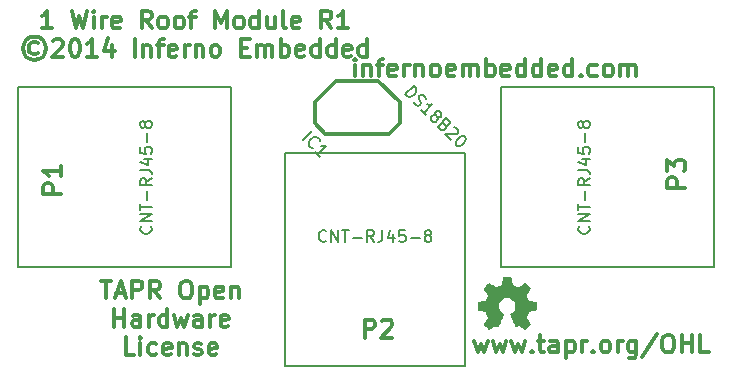
<source format=gto>
G04 (created by PCBNEW (2013-07-07 BZR 4022)-stable) date 13/04/2014 11:11:03 PM*
%MOIN*%
G04 Gerber Fmt 3.4, Leading zero omitted, Abs format*
%FSLAX34Y34*%
G01*
G70*
G90*
G04 APERTURE LIST*
%ADD10C,0.00590551*%
%ADD11C,0.011811*%
%ADD12C,0.012*%
%ADD13C,0.005*%
%ADD14C,0.0001*%
%ADD15C,0.008*%
G04 APERTURE END LIST*
G54D10*
G54D11*
X45517Y-51039D02*
X45517Y-50645D01*
X45517Y-50448D02*
X45489Y-50476D01*
X45517Y-50504D01*
X45545Y-50476D01*
X45517Y-50448D01*
X45517Y-50504D01*
X45798Y-50645D02*
X45798Y-51039D01*
X45798Y-50701D02*
X45827Y-50673D01*
X45883Y-50645D01*
X45967Y-50645D01*
X46023Y-50673D01*
X46052Y-50729D01*
X46052Y-51039D01*
X46248Y-50645D02*
X46473Y-50645D01*
X46333Y-51039D02*
X46333Y-50532D01*
X46361Y-50476D01*
X46417Y-50448D01*
X46473Y-50448D01*
X46895Y-51010D02*
X46839Y-51039D01*
X46726Y-51039D01*
X46670Y-51010D01*
X46642Y-50954D01*
X46642Y-50729D01*
X46670Y-50673D01*
X46726Y-50645D01*
X46839Y-50645D01*
X46895Y-50673D01*
X46923Y-50729D01*
X46923Y-50785D01*
X46642Y-50842D01*
X47176Y-51039D02*
X47176Y-50645D01*
X47176Y-50757D02*
X47205Y-50701D01*
X47233Y-50673D01*
X47289Y-50645D01*
X47345Y-50645D01*
X47542Y-50645D02*
X47542Y-51039D01*
X47542Y-50701D02*
X47570Y-50673D01*
X47626Y-50645D01*
X47711Y-50645D01*
X47767Y-50673D01*
X47795Y-50729D01*
X47795Y-51039D01*
X48161Y-51039D02*
X48104Y-51010D01*
X48076Y-50982D01*
X48048Y-50926D01*
X48048Y-50757D01*
X48076Y-50701D01*
X48104Y-50673D01*
X48161Y-50645D01*
X48245Y-50645D01*
X48301Y-50673D01*
X48329Y-50701D01*
X48358Y-50757D01*
X48358Y-50926D01*
X48329Y-50982D01*
X48301Y-51010D01*
X48245Y-51039D01*
X48161Y-51039D01*
X48836Y-51010D02*
X48779Y-51039D01*
X48667Y-51039D01*
X48611Y-51010D01*
X48583Y-50954D01*
X48583Y-50729D01*
X48611Y-50673D01*
X48667Y-50645D01*
X48779Y-50645D01*
X48836Y-50673D01*
X48864Y-50729D01*
X48864Y-50785D01*
X48583Y-50842D01*
X49117Y-51039D02*
X49117Y-50645D01*
X49117Y-50701D02*
X49145Y-50673D01*
X49201Y-50645D01*
X49286Y-50645D01*
X49342Y-50673D01*
X49370Y-50729D01*
X49370Y-51039D01*
X49370Y-50729D02*
X49398Y-50673D01*
X49454Y-50645D01*
X49539Y-50645D01*
X49595Y-50673D01*
X49623Y-50729D01*
X49623Y-51039D01*
X49904Y-51039D02*
X49904Y-50448D01*
X49904Y-50673D02*
X49960Y-50645D01*
X50073Y-50645D01*
X50129Y-50673D01*
X50157Y-50701D01*
X50185Y-50757D01*
X50185Y-50926D01*
X50157Y-50982D01*
X50129Y-51010D01*
X50073Y-51039D01*
X49960Y-51039D01*
X49904Y-51010D01*
X50664Y-51010D02*
X50607Y-51039D01*
X50495Y-51039D01*
X50439Y-51010D01*
X50410Y-50954D01*
X50410Y-50729D01*
X50439Y-50673D01*
X50495Y-50645D01*
X50607Y-50645D01*
X50664Y-50673D01*
X50692Y-50729D01*
X50692Y-50785D01*
X50410Y-50842D01*
X51198Y-51039D02*
X51198Y-50448D01*
X51198Y-51010D02*
X51142Y-51039D01*
X51029Y-51039D01*
X50973Y-51010D01*
X50945Y-50982D01*
X50917Y-50926D01*
X50917Y-50757D01*
X50945Y-50701D01*
X50973Y-50673D01*
X51029Y-50645D01*
X51142Y-50645D01*
X51198Y-50673D01*
X51732Y-51039D02*
X51732Y-50448D01*
X51732Y-51010D02*
X51676Y-51039D01*
X51563Y-51039D01*
X51507Y-51010D01*
X51479Y-50982D01*
X51451Y-50926D01*
X51451Y-50757D01*
X51479Y-50701D01*
X51507Y-50673D01*
X51563Y-50645D01*
X51676Y-50645D01*
X51732Y-50673D01*
X52238Y-51010D02*
X52182Y-51039D01*
X52070Y-51039D01*
X52013Y-51010D01*
X51985Y-50954D01*
X51985Y-50729D01*
X52013Y-50673D01*
X52070Y-50645D01*
X52182Y-50645D01*
X52238Y-50673D01*
X52266Y-50729D01*
X52266Y-50785D01*
X51985Y-50842D01*
X52773Y-51039D02*
X52773Y-50448D01*
X52773Y-51010D02*
X52716Y-51039D01*
X52604Y-51039D01*
X52548Y-51010D01*
X52520Y-50982D01*
X52491Y-50926D01*
X52491Y-50757D01*
X52520Y-50701D01*
X52548Y-50673D01*
X52604Y-50645D01*
X52716Y-50645D01*
X52773Y-50673D01*
X53054Y-50982D02*
X53082Y-51010D01*
X53054Y-51039D01*
X53026Y-51010D01*
X53054Y-50982D01*
X53054Y-51039D01*
X53588Y-51010D02*
X53532Y-51039D01*
X53419Y-51039D01*
X53363Y-51010D01*
X53335Y-50982D01*
X53307Y-50926D01*
X53307Y-50757D01*
X53335Y-50701D01*
X53363Y-50673D01*
X53419Y-50645D01*
X53532Y-50645D01*
X53588Y-50673D01*
X53926Y-51039D02*
X53869Y-51010D01*
X53841Y-50982D01*
X53813Y-50926D01*
X53813Y-50757D01*
X53841Y-50701D01*
X53869Y-50673D01*
X53926Y-50645D01*
X54010Y-50645D01*
X54066Y-50673D01*
X54094Y-50701D01*
X54122Y-50757D01*
X54122Y-50926D01*
X54094Y-50982D01*
X54066Y-51010D01*
X54010Y-51039D01*
X53926Y-51039D01*
X54376Y-51039D02*
X54376Y-50645D01*
X54376Y-50701D02*
X54404Y-50673D01*
X54460Y-50645D01*
X54544Y-50645D01*
X54601Y-50673D01*
X54629Y-50729D01*
X54629Y-51039D01*
X54629Y-50729D02*
X54657Y-50673D01*
X54713Y-50645D01*
X54797Y-50645D01*
X54854Y-50673D01*
X54882Y-50729D01*
X54882Y-51039D01*
X35433Y-49439D02*
X35095Y-49439D01*
X35264Y-49439D02*
X35264Y-48848D01*
X35208Y-48932D01*
X35152Y-48989D01*
X35095Y-49017D01*
X36080Y-48848D02*
X36220Y-49439D01*
X36333Y-49017D01*
X36445Y-49439D01*
X36586Y-48848D01*
X36811Y-49439D02*
X36811Y-49045D01*
X36811Y-48848D02*
X36783Y-48876D01*
X36811Y-48904D01*
X36839Y-48876D01*
X36811Y-48848D01*
X36811Y-48904D01*
X37092Y-49439D02*
X37092Y-49045D01*
X37092Y-49157D02*
X37120Y-49101D01*
X37148Y-49073D01*
X37205Y-49045D01*
X37261Y-49045D01*
X37683Y-49410D02*
X37626Y-49439D01*
X37514Y-49439D01*
X37458Y-49410D01*
X37430Y-49354D01*
X37430Y-49129D01*
X37458Y-49073D01*
X37514Y-49045D01*
X37626Y-49045D01*
X37683Y-49073D01*
X37711Y-49129D01*
X37711Y-49185D01*
X37430Y-49242D01*
X38751Y-49439D02*
X38554Y-49157D01*
X38414Y-49439D02*
X38414Y-48848D01*
X38639Y-48848D01*
X38695Y-48876D01*
X38723Y-48904D01*
X38751Y-48960D01*
X38751Y-49045D01*
X38723Y-49101D01*
X38695Y-49129D01*
X38639Y-49157D01*
X38414Y-49157D01*
X39089Y-49439D02*
X39032Y-49410D01*
X39004Y-49382D01*
X38976Y-49326D01*
X38976Y-49157D01*
X39004Y-49101D01*
X39032Y-49073D01*
X39089Y-49045D01*
X39173Y-49045D01*
X39229Y-49073D01*
X39257Y-49101D01*
X39286Y-49157D01*
X39286Y-49326D01*
X39257Y-49382D01*
X39229Y-49410D01*
X39173Y-49439D01*
X39089Y-49439D01*
X39623Y-49439D02*
X39567Y-49410D01*
X39539Y-49382D01*
X39511Y-49326D01*
X39511Y-49157D01*
X39539Y-49101D01*
X39567Y-49073D01*
X39623Y-49045D01*
X39707Y-49045D01*
X39764Y-49073D01*
X39792Y-49101D01*
X39820Y-49157D01*
X39820Y-49326D01*
X39792Y-49382D01*
X39764Y-49410D01*
X39707Y-49439D01*
X39623Y-49439D01*
X39989Y-49045D02*
X40214Y-49045D01*
X40073Y-49439D02*
X40073Y-48932D01*
X40101Y-48876D01*
X40157Y-48848D01*
X40214Y-48848D01*
X40860Y-49439D02*
X40860Y-48848D01*
X41057Y-49270D01*
X41254Y-48848D01*
X41254Y-49439D01*
X41620Y-49439D02*
X41563Y-49410D01*
X41535Y-49382D01*
X41507Y-49326D01*
X41507Y-49157D01*
X41535Y-49101D01*
X41563Y-49073D01*
X41620Y-49045D01*
X41704Y-49045D01*
X41760Y-49073D01*
X41788Y-49101D01*
X41816Y-49157D01*
X41816Y-49326D01*
X41788Y-49382D01*
X41760Y-49410D01*
X41704Y-49439D01*
X41620Y-49439D01*
X42323Y-49439D02*
X42323Y-48848D01*
X42323Y-49410D02*
X42266Y-49439D01*
X42154Y-49439D01*
X42098Y-49410D01*
X42070Y-49382D01*
X42041Y-49326D01*
X42041Y-49157D01*
X42070Y-49101D01*
X42098Y-49073D01*
X42154Y-49045D01*
X42266Y-49045D01*
X42323Y-49073D01*
X42857Y-49045D02*
X42857Y-49439D01*
X42604Y-49045D02*
X42604Y-49354D01*
X42632Y-49410D01*
X42688Y-49439D01*
X42773Y-49439D01*
X42829Y-49410D01*
X42857Y-49382D01*
X43223Y-49439D02*
X43166Y-49410D01*
X43138Y-49354D01*
X43138Y-48848D01*
X43673Y-49410D02*
X43616Y-49439D01*
X43504Y-49439D01*
X43448Y-49410D01*
X43419Y-49354D01*
X43419Y-49129D01*
X43448Y-49073D01*
X43504Y-49045D01*
X43616Y-49045D01*
X43673Y-49073D01*
X43701Y-49129D01*
X43701Y-49185D01*
X43419Y-49242D01*
X44741Y-49439D02*
X44544Y-49157D01*
X44404Y-49439D02*
X44404Y-48848D01*
X44629Y-48848D01*
X44685Y-48876D01*
X44713Y-48904D01*
X44741Y-48960D01*
X44741Y-49045D01*
X44713Y-49101D01*
X44685Y-49129D01*
X44629Y-49157D01*
X44404Y-49157D01*
X45304Y-49439D02*
X44966Y-49439D01*
X45135Y-49439D02*
X45135Y-48848D01*
X45079Y-48932D01*
X45022Y-48989D01*
X44966Y-49017D01*
X34955Y-49933D02*
X34899Y-49905D01*
X34786Y-49905D01*
X34730Y-49933D01*
X34674Y-49990D01*
X34646Y-50046D01*
X34646Y-50158D01*
X34674Y-50215D01*
X34730Y-50271D01*
X34786Y-50299D01*
X34899Y-50299D01*
X34955Y-50271D01*
X34842Y-49708D02*
X34702Y-49737D01*
X34561Y-49821D01*
X34477Y-49962D01*
X34449Y-50102D01*
X34477Y-50243D01*
X34561Y-50383D01*
X34702Y-50468D01*
X34842Y-50496D01*
X34983Y-50468D01*
X35124Y-50383D01*
X35208Y-50243D01*
X35236Y-50102D01*
X35208Y-49962D01*
X35124Y-49821D01*
X34983Y-49737D01*
X34842Y-49708D01*
X35461Y-49849D02*
X35489Y-49821D01*
X35545Y-49793D01*
X35686Y-49793D01*
X35742Y-49821D01*
X35770Y-49849D01*
X35798Y-49905D01*
X35798Y-49962D01*
X35770Y-50046D01*
X35433Y-50383D01*
X35798Y-50383D01*
X36164Y-49793D02*
X36220Y-49793D01*
X36277Y-49821D01*
X36305Y-49849D01*
X36333Y-49905D01*
X36361Y-50018D01*
X36361Y-50158D01*
X36333Y-50271D01*
X36305Y-50327D01*
X36277Y-50355D01*
X36220Y-50383D01*
X36164Y-50383D01*
X36108Y-50355D01*
X36080Y-50327D01*
X36052Y-50271D01*
X36023Y-50158D01*
X36023Y-50018D01*
X36052Y-49905D01*
X36080Y-49849D01*
X36108Y-49821D01*
X36164Y-49793D01*
X36923Y-50383D02*
X36586Y-50383D01*
X36755Y-50383D02*
X36755Y-49793D01*
X36698Y-49877D01*
X36642Y-49933D01*
X36586Y-49962D01*
X37430Y-49990D02*
X37430Y-50383D01*
X37289Y-49765D02*
X37148Y-50187D01*
X37514Y-50187D01*
X38189Y-50383D02*
X38189Y-49793D01*
X38470Y-49990D02*
X38470Y-50383D01*
X38470Y-50046D02*
X38498Y-50018D01*
X38554Y-49990D01*
X38639Y-49990D01*
X38695Y-50018D01*
X38723Y-50074D01*
X38723Y-50383D01*
X38920Y-49990D02*
X39145Y-49990D01*
X39004Y-50383D02*
X39004Y-49877D01*
X39032Y-49821D01*
X39089Y-49793D01*
X39145Y-49793D01*
X39567Y-50355D02*
X39511Y-50383D01*
X39398Y-50383D01*
X39342Y-50355D01*
X39314Y-50299D01*
X39314Y-50074D01*
X39342Y-50018D01*
X39398Y-49990D01*
X39511Y-49990D01*
X39567Y-50018D01*
X39595Y-50074D01*
X39595Y-50130D01*
X39314Y-50187D01*
X39848Y-50383D02*
X39848Y-49990D01*
X39848Y-50102D02*
X39876Y-50046D01*
X39904Y-50018D01*
X39960Y-49990D01*
X40017Y-49990D01*
X40214Y-49990D02*
X40214Y-50383D01*
X40214Y-50046D02*
X40242Y-50018D01*
X40298Y-49990D01*
X40382Y-49990D01*
X40439Y-50018D01*
X40467Y-50074D01*
X40467Y-50383D01*
X40832Y-50383D02*
X40776Y-50355D01*
X40748Y-50327D01*
X40720Y-50271D01*
X40720Y-50102D01*
X40748Y-50046D01*
X40776Y-50018D01*
X40832Y-49990D01*
X40917Y-49990D01*
X40973Y-50018D01*
X41001Y-50046D01*
X41029Y-50102D01*
X41029Y-50271D01*
X41001Y-50327D01*
X40973Y-50355D01*
X40917Y-50383D01*
X40832Y-50383D01*
X41732Y-50074D02*
X41929Y-50074D01*
X42013Y-50383D02*
X41732Y-50383D01*
X41732Y-49793D01*
X42013Y-49793D01*
X42266Y-50383D02*
X42266Y-49990D01*
X42266Y-50046D02*
X42295Y-50018D01*
X42351Y-49990D01*
X42435Y-49990D01*
X42491Y-50018D01*
X42520Y-50074D01*
X42520Y-50383D01*
X42520Y-50074D02*
X42548Y-50018D01*
X42604Y-49990D01*
X42688Y-49990D01*
X42744Y-50018D01*
X42773Y-50074D01*
X42773Y-50383D01*
X43054Y-50383D02*
X43054Y-49793D01*
X43054Y-50018D02*
X43110Y-49990D01*
X43223Y-49990D01*
X43279Y-50018D01*
X43307Y-50046D01*
X43335Y-50102D01*
X43335Y-50271D01*
X43307Y-50327D01*
X43279Y-50355D01*
X43223Y-50383D01*
X43110Y-50383D01*
X43054Y-50355D01*
X43813Y-50355D02*
X43757Y-50383D01*
X43644Y-50383D01*
X43588Y-50355D01*
X43560Y-50299D01*
X43560Y-50074D01*
X43588Y-50018D01*
X43644Y-49990D01*
X43757Y-49990D01*
X43813Y-50018D01*
X43841Y-50074D01*
X43841Y-50130D01*
X43560Y-50187D01*
X44347Y-50383D02*
X44347Y-49793D01*
X44347Y-50355D02*
X44291Y-50383D01*
X44179Y-50383D01*
X44122Y-50355D01*
X44094Y-50327D01*
X44066Y-50271D01*
X44066Y-50102D01*
X44094Y-50046D01*
X44122Y-50018D01*
X44179Y-49990D01*
X44291Y-49990D01*
X44347Y-50018D01*
X44882Y-50383D02*
X44882Y-49793D01*
X44882Y-50355D02*
X44825Y-50383D01*
X44713Y-50383D01*
X44657Y-50355D01*
X44629Y-50327D01*
X44601Y-50271D01*
X44601Y-50102D01*
X44629Y-50046D01*
X44657Y-50018D01*
X44713Y-49990D01*
X44825Y-49990D01*
X44882Y-50018D01*
X45388Y-50355D02*
X45332Y-50383D01*
X45219Y-50383D01*
X45163Y-50355D01*
X45135Y-50299D01*
X45135Y-50074D01*
X45163Y-50018D01*
X45219Y-49990D01*
X45332Y-49990D01*
X45388Y-50018D01*
X45416Y-50074D01*
X45416Y-50130D01*
X45135Y-50187D01*
X45922Y-50383D02*
X45922Y-49793D01*
X45922Y-50355D02*
X45866Y-50383D01*
X45753Y-50383D01*
X45697Y-50355D01*
X45669Y-50327D01*
X45641Y-50271D01*
X45641Y-50102D01*
X45669Y-50046D01*
X45697Y-50018D01*
X45753Y-49990D01*
X45866Y-49990D01*
X45922Y-50018D01*
X49505Y-59845D02*
X49617Y-60239D01*
X49730Y-59957D01*
X49842Y-60239D01*
X49955Y-59845D01*
X50123Y-59845D02*
X50236Y-60239D01*
X50348Y-59957D01*
X50461Y-60239D01*
X50573Y-59845D01*
X50742Y-59845D02*
X50855Y-60239D01*
X50967Y-59957D01*
X51079Y-60239D01*
X51192Y-59845D01*
X51417Y-60182D02*
X51445Y-60210D01*
X51417Y-60239D01*
X51389Y-60210D01*
X51417Y-60182D01*
X51417Y-60239D01*
X51614Y-59845D02*
X51839Y-59845D01*
X51698Y-59648D02*
X51698Y-60154D01*
X51726Y-60210D01*
X51783Y-60239D01*
X51839Y-60239D01*
X52289Y-60239D02*
X52289Y-59929D01*
X52261Y-59873D01*
X52204Y-59845D01*
X52092Y-59845D01*
X52036Y-59873D01*
X52289Y-60210D02*
X52232Y-60239D01*
X52092Y-60239D01*
X52036Y-60210D01*
X52007Y-60154D01*
X52007Y-60098D01*
X52036Y-60042D01*
X52092Y-60014D01*
X52232Y-60014D01*
X52289Y-59985D01*
X52570Y-59845D02*
X52570Y-60435D01*
X52570Y-59873D02*
X52626Y-59845D01*
X52739Y-59845D01*
X52795Y-59873D01*
X52823Y-59901D01*
X52851Y-59957D01*
X52851Y-60126D01*
X52823Y-60182D01*
X52795Y-60210D01*
X52739Y-60239D01*
X52626Y-60239D01*
X52570Y-60210D01*
X53104Y-60239D02*
X53104Y-59845D01*
X53104Y-59957D02*
X53132Y-59901D01*
X53160Y-59873D01*
X53217Y-59845D01*
X53273Y-59845D01*
X53470Y-60182D02*
X53498Y-60210D01*
X53470Y-60239D01*
X53442Y-60210D01*
X53470Y-60182D01*
X53470Y-60239D01*
X53835Y-60239D02*
X53779Y-60210D01*
X53751Y-60182D01*
X53723Y-60126D01*
X53723Y-59957D01*
X53751Y-59901D01*
X53779Y-59873D01*
X53835Y-59845D01*
X53920Y-59845D01*
X53976Y-59873D01*
X54004Y-59901D01*
X54032Y-59957D01*
X54032Y-60126D01*
X54004Y-60182D01*
X53976Y-60210D01*
X53920Y-60239D01*
X53835Y-60239D01*
X54285Y-60239D02*
X54285Y-59845D01*
X54285Y-59957D02*
X54313Y-59901D01*
X54342Y-59873D01*
X54398Y-59845D01*
X54454Y-59845D01*
X54904Y-59845D02*
X54904Y-60323D01*
X54876Y-60379D01*
X54848Y-60407D01*
X54792Y-60435D01*
X54707Y-60435D01*
X54651Y-60407D01*
X54904Y-60210D02*
X54848Y-60239D01*
X54735Y-60239D01*
X54679Y-60210D01*
X54651Y-60182D01*
X54623Y-60126D01*
X54623Y-59957D01*
X54651Y-59901D01*
X54679Y-59873D01*
X54735Y-59845D01*
X54848Y-59845D01*
X54904Y-59873D01*
X55607Y-59620D02*
X55101Y-60379D01*
X55916Y-59648D02*
X56029Y-59648D01*
X56085Y-59676D01*
X56141Y-59732D01*
X56169Y-59845D01*
X56169Y-60042D01*
X56141Y-60154D01*
X56085Y-60210D01*
X56029Y-60239D01*
X55916Y-60239D01*
X55860Y-60210D01*
X55804Y-60154D01*
X55776Y-60042D01*
X55776Y-59845D01*
X55804Y-59732D01*
X55860Y-59676D01*
X55916Y-59648D01*
X56423Y-60239D02*
X56423Y-59648D01*
X56423Y-59929D02*
X56760Y-59929D01*
X56760Y-60239D02*
X56760Y-59648D01*
X57322Y-60239D02*
X57041Y-60239D01*
X57041Y-59648D01*
X37065Y-57848D02*
X37403Y-57848D01*
X37234Y-58439D02*
X37234Y-57848D01*
X37572Y-58270D02*
X37853Y-58270D01*
X37515Y-58439D02*
X37712Y-57848D01*
X37909Y-58439D01*
X38106Y-58439D02*
X38106Y-57848D01*
X38331Y-57848D01*
X38387Y-57876D01*
X38415Y-57904D01*
X38443Y-57960D01*
X38443Y-58045D01*
X38415Y-58101D01*
X38387Y-58129D01*
X38331Y-58157D01*
X38106Y-58157D01*
X39034Y-58439D02*
X38837Y-58157D01*
X38696Y-58439D02*
X38696Y-57848D01*
X38921Y-57848D01*
X38978Y-57876D01*
X39006Y-57904D01*
X39034Y-57960D01*
X39034Y-58045D01*
X39006Y-58101D01*
X38978Y-58129D01*
X38921Y-58157D01*
X38696Y-58157D01*
X39849Y-57848D02*
X39962Y-57848D01*
X40018Y-57876D01*
X40074Y-57932D01*
X40103Y-58045D01*
X40103Y-58242D01*
X40074Y-58354D01*
X40018Y-58410D01*
X39962Y-58439D01*
X39849Y-58439D01*
X39793Y-58410D01*
X39737Y-58354D01*
X39709Y-58242D01*
X39709Y-58045D01*
X39737Y-57932D01*
X39793Y-57876D01*
X39849Y-57848D01*
X40356Y-58045D02*
X40356Y-58635D01*
X40356Y-58073D02*
X40412Y-58045D01*
X40524Y-58045D01*
X40581Y-58073D01*
X40609Y-58101D01*
X40637Y-58157D01*
X40637Y-58326D01*
X40609Y-58382D01*
X40581Y-58410D01*
X40524Y-58439D01*
X40412Y-58439D01*
X40356Y-58410D01*
X41115Y-58410D02*
X41059Y-58439D01*
X40946Y-58439D01*
X40890Y-58410D01*
X40862Y-58354D01*
X40862Y-58129D01*
X40890Y-58073D01*
X40946Y-58045D01*
X41059Y-58045D01*
X41115Y-58073D01*
X41143Y-58129D01*
X41143Y-58185D01*
X40862Y-58242D01*
X41396Y-58045D02*
X41396Y-58439D01*
X41396Y-58101D02*
X41424Y-58073D01*
X41480Y-58045D01*
X41565Y-58045D01*
X41621Y-58073D01*
X41649Y-58129D01*
X41649Y-58439D01*
X37501Y-59383D02*
X37501Y-58793D01*
X37501Y-59074D02*
X37839Y-59074D01*
X37839Y-59383D02*
X37839Y-58793D01*
X38373Y-59383D02*
X38373Y-59074D01*
X38345Y-59018D01*
X38289Y-58990D01*
X38176Y-58990D01*
X38120Y-59018D01*
X38373Y-59355D02*
X38317Y-59383D01*
X38176Y-59383D01*
X38120Y-59355D01*
X38092Y-59299D01*
X38092Y-59243D01*
X38120Y-59187D01*
X38176Y-59158D01*
X38317Y-59158D01*
X38373Y-59130D01*
X38654Y-59383D02*
X38654Y-58990D01*
X38654Y-59102D02*
X38682Y-59046D01*
X38711Y-59018D01*
X38767Y-58990D01*
X38823Y-58990D01*
X39273Y-59383D02*
X39273Y-58793D01*
X39273Y-59355D02*
X39217Y-59383D01*
X39104Y-59383D01*
X39048Y-59355D01*
X39020Y-59327D01*
X38992Y-59271D01*
X38992Y-59102D01*
X39020Y-59046D01*
X39048Y-59018D01*
X39104Y-58990D01*
X39217Y-58990D01*
X39273Y-59018D01*
X39498Y-58990D02*
X39610Y-59383D01*
X39723Y-59102D01*
X39835Y-59383D01*
X39948Y-58990D01*
X40426Y-59383D02*
X40426Y-59074D01*
X40398Y-59018D01*
X40342Y-58990D01*
X40229Y-58990D01*
X40173Y-59018D01*
X40426Y-59355D02*
X40370Y-59383D01*
X40229Y-59383D01*
X40173Y-59355D01*
X40145Y-59299D01*
X40145Y-59243D01*
X40173Y-59187D01*
X40229Y-59158D01*
X40370Y-59158D01*
X40426Y-59130D01*
X40707Y-59383D02*
X40707Y-58990D01*
X40707Y-59102D02*
X40735Y-59046D01*
X40763Y-59018D01*
X40820Y-58990D01*
X40876Y-58990D01*
X41298Y-59355D02*
X41241Y-59383D01*
X41129Y-59383D01*
X41073Y-59355D01*
X41045Y-59299D01*
X41045Y-59074D01*
X41073Y-59018D01*
X41129Y-58990D01*
X41241Y-58990D01*
X41298Y-59018D01*
X41326Y-59074D01*
X41326Y-59130D01*
X41045Y-59187D01*
X38176Y-60328D02*
X37895Y-60328D01*
X37895Y-59738D01*
X38373Y-60328D02*
X38373Y-59935D01*
X38373Y-59738D02*
X38345Y-59766D01*
X38373Y-59794D01*
X38401Y-59766D01*
X38373Y-59738D01*
X38373Y-59794D01*
X38907Y-60300D02*
X38851Y-60328D01*
X38739Y-60328D01*
X38682Y-60300D01*
X38654Y-60272D01*
X38626Y-60216D01*
X38626Y-60047D01*
X38654Y-59991D01*
X38682Y-59963D01*
X38739Y-59935D01*
X38851Y-59935D01*
X38907Y-59963D01*
X39385Y-60300D02*
X39329Y-60328D01*
X39217Y-60328D01*
X39160Y-60300D01*
X39132Y-60244D01*
X39132Y-60019D01*
X39160Y-59963D01*
X39217Y-59935D01*
X39329Y-59935D01*
X39385Y-59963D01*
X39414Y-60019D01*
X39414Y-60075D01*
X39132Y-60131D01*
X39667Y-59935D02*
X39667Y-60328D01*
X39667Y-59991D02*
X39695Y-59963D01*
X39751Y-59935D01*
X39835Y-59935D01*
X39892Y-59963D01*
X39920Y-60019D01*
X39920Y-60328D01*
X40173Y-60300D02*
X40229Y-60328D01*
X40342Y-60328D01*
X40398Y-60300D01*
X40426Y-60244D01*
X40426Y-60216D01*
X40398Y-60160D01*
X40342Y-60131D01*
X40257Y-60131D01*
X40201Y-60103D01*
X40173Y-60047D01*
X40173Y-60019D01*
X40201Y-59963D01*
X40257Y-59935D01*
X40342Y-59935D01*
X40398Y-59963D01*
X40904Y-60300D02*
X40848Y-60328D01*
X40735Y-60328D01*
X40679Y-60300D01*
X40651Y-60244D01*
X40651Y-60019D01*
X40679Y-59963D01*
X40735Y-59935D01*
X40848Y-59935D01*
X40904Y-59963D01*
X40932Y-60019D01*
X40932Y-60075D01*
X40651Y-60131D01*
G54D12*
X44539Y-52953D02*
X46660Y-52953D01*
X46660Y-52953D02*
X47014Y-52600D01*
X47014Y-52600D02*
X47014Y-51892D01*
X47014Y-51892D02*
X46307Y-51185D01*
X46307Y-51185D02*
X44892Y-51185D01*
X44892Y-51185D02*
X44185Y-51892D01*
X44185Y-51892D02*
X44185Y-52600D01*
X44185Y-52600D02*
X44539Y-52953D01*
G54D13*
X34300Y-51400D02*
X34300Y-57400D01*
X34300Y-57400D02*
X41400Y-57400D01*
X41400Y-57400D02*
X41400Y-51400D01*
X41400Y-51400D02*
X34300Y-51400D01*
X43200Y-60700D02*
X49200Y-60700D01*
X49200Y-60700D02*
X49200Y-53600D01*
X49200Y-53600D02*
X43200Y-53600D01*
X43200Y-53600D02*
X43200Y-60700D01*
X57500Y-57400D02*
X57500Y-51400D01*
X57500Y-51400D02*
X50400Y-51400D01*
X50400Y-51400D02*
X50400Y-57400D01*
X50400Y-57400D02*
X57500Y-57400D01*
G54D14*
G36*
X50004Y-59484D02*
X50014Y-59478D01*
X50037Y-59464D01*
X50070Y-59442D01*
X50109Y-59416D01*
X50148Y-59390D01*
X50180Y-59369D01*
X50202Y-59354D01*
X50212Y-59349D01*
X50217Y-59351D01*
X50235Y-59360D01*
X50262Y-59374D01*
X50278Y-59382D01*
X50302Y-59392D01*
X50315Y-59395D01*
X50317Y-59391D01*
X50326Y-59372D01*
X50340Y-59340D01*
X50358Y-59297D01*
X50380Y-59247D01*
X50402Y-59194D01*
X50425Y-59139D01*
X50447Y-59086D01*
X50466Y-59039D01*
X50482Y-59001D01*
X50492Y-58974D01*
X50496Y-58963D01*
X50495Y-58960D01*
X50482Y-58948D01*
X50461Y-58932D01*
X50414Y-58894D01*
X50368Y-58837D01*
X50340Y-58772D01*
X50331Y-58699D01*
X50339Y-58632D01*
X50365Y-58568D01*
X50410Y-58510D01*
X50465Y-58467D01*
X50529Y-58440D01*
X50600Y-58431D01*
X50668Y-58439D01*
X50734Y-58465D01*
X50792Y-58509D01*
X50817Y-58537D01*
X50851Y-58596D01*
X50870Y-58658D01*
X50872Y-58674D01*
X50869Y-58743D01*
X50849Y-58810D01*
X50812Y-58869D01*
X50761Y-58918D01*
X50755Y-58922D01*
X50732Y-58940D01*
X50716Y-58952D01*
X50704Y-58962D01*
X50792Y-59174D01*
X50806Y-59207D01*
X50830Y-59265D01*
X50851Y-59315D01*
X50868Y-59355D01*
X50880Y-59381D01*
X50885Y-59392D01*
X50885Y-59393D01*
X50893Y-59394D01*
X50909Y-59388D01*
X50939Y-59374D01*
X50958Y-59364D01*
X50981Y-59353D01*
X50991Y-59349D01*
X51000Y-59354D01*
X51021Y-59368D01*
X51053Y-59389D01*
X51091Y-59414D01*
X51127Y-59439D01*
X51160Y-59461D01*
X51184Y-59476D01*
X51196Y-59483D01*
X51198Y-59483D01*
X51208Y-59477D01*
X51227Y-59461D01*
X51256Y-59434D01*
X51297Y-59393D01*
X51303Y-59387D01*
X51337Y-59353D01*
X51364Y-59324D01*
X51382Y-59304D01*
X51389Y-59295D01*
X51389Y-59295D01*
X51383Y-59283D01*
X51368Y-59259D01*
X51346Y-59225D01*
X51319Y-59186D01*
X51249Y-59084D01*
X51287Y-58988D01*
X51299Y-58958D01*
X51314Y-58923D01*
X51325Y-58897D01*
X51331Y-58886D01*
X51341Y-58882D01*
X51368Y-58876D01*
X51406Y-58868D01*
X51451Y-58860D01*
X51495Y-58852D01*
X51534Y-58844D01*
X51562Y-58839D01*
X51575Y-58836D01*
X51578Y-58834D01*
X51581Y-58828D01*
X51582Y-58815D01*
X51583Y-58791D01*
X51584Y-58754D01*
X51584Y-58699D01*
X51584Y-58693D01*
X51583Y-58642D01*
X51582Y-58600D01*
X51581Y-58574D01*
X51579Y-58563D01*
X51579Y-58563D01*
X51567Y-58560D01*
X51539Y-58554D01*
X51500Y-58547D01*
X51453Y-58538D01*
X51450Y-58537D01*
X51404Y-58528D01*
X51365Y-58520D01*
X51337Y-58514D01*
X51326Y-58510D01*
X51323Y-58507D01*
X51314Y-58489D01*
X51301Y-58460D01*
X51285Y-58425D01*
X51270Y-58388D01*
X51257Y-58355D01*
X51248Y-58331D01*
X51245Y-58320D01*
X51246Y-58319D01*
X51253Y-58308D01*
X51269Y-58284D01*
X51291Y-58251D01*
X51318Y-58211D01*
X51320Y-58208D01*
X51347Y-58169D01*
X51369Y-58135D01*
X51383Y-58112D01*
X51389Y-58101D01*
X51389Y-58100D01*
X51380Y-58088D01*
X51360Y-58066D01*
X51331Y-58036D01*
X51297Y-58001D01*
X51286Y-57991D01*
X51247Y-57953D01*
X51221Y-57929D01*
X51204Y-57916D01*
X51196Y-57913D01*
X51196Y-57913D01*
X51184Y-57920D01*
X51159Y-57936D01*
X51126Y-57959D01*
X51086Y-57986D01*
X51083Y-57988D01*
X51044Y-58015D01*
X51011Y-58037D01*
X50988Y-58053D01*
X50977Y-58059D01*
X50976Y-58059D01*
X50960Y-58054D01*
X50932Y-58044D01*
X50897Y-58031D01*
X50861Y-58016D01*
X50828Y-58002D01*
X50803Y-57991D01*
X50791Y-57984D01*
X50791Y-57984D01*
X50787Y-57970D01*
X50780Y-57940D01*
X50772Y-57900D01*
X50762Y-57852D01*
X50761Y-57844D01*
X50752Y-57797D01*
X50745Y-57758D01*
X50739Y-57731D01*
X50736Y-57720D01*
X50730Y-57719D01*
X50707Y-57717D01*
X50672Y-57716D01*
X50629Y-57716D01*
X50585Y-57716D01*
X50542Y-57717D01*
X50505Y-57718D01*
X50478Y-57720D01*
X50467Y-57722D01*
X50467Y-57723D01*
X50463Y-57738D01*
X50456Y-57767D01*
X50448Y-57808D01*
X50439Y-57856D01*
X50437Y-57865D01*
X50428Y-57911D01*
X50420Y-57950D01*
X50415Y-57976D01*
X50412Y-57987D01*
X50407Y-57989D01*
X50388Y-57997D01*
X50357Y-58010D01*
X50318Y-58026D01*
X50228Y-58062D01*
X50117Y-57987D01*
X50107Y-57980D01*
X50067Y-57953D01*
X50035Y-57931D01*
X50012Y-57916D01*
X50003Y-57911D01*
X50002Y-57911D01*
X49991Y-57921D01*
X49969Y-57942D01*
X49939Y-57971D01*
X49904Y-58005D01*
X49879Y-58031D01*
X49848Y-58062D01*
X49829Y-58083D01*
X49818Y-58096D01*
X49815Y-58104D01*
X49816Y-58110D01*
X49823Y-58121D01*
X49839Y-58145D01*
X49862Y-58179D01*
X49889Y-58218D01*
X49911Y-58251D01*
X49935Y-58288D01*
X49950Y-58314D01*
X49956Y-58327D01*
X49954Y-58332D01*
X49947Y-58354D01*
X49933Y-58387D01*
X49917Y-58426D01*
X49878Y-58513D01*
X49821Y-58524D01*
X49786Y-58531D01*
X49738Y-58540D01*
X49691Y-58549D01*
X49619Y-58563D01*
X49616Y-58829D01*
X49627Y-58834D01*
X49638Y-58837D01*
X49665Y-58843D01*
X49703Y-58851D01*
X49749Y-58859D01*
X49787Y-58866D01*
X49826Y-58874D01*
X49854Y-58879D01*
X49866Y-58882D01*
X49870Y-58886D01*
X49879Y-58905D01*
X49893Y-58935D01*
X49909Y-58971D01*
X49924Y-59008D01*
X49938Y-59043D01*
X49947Y-59069D01*
X49951Y-59082D01*
X49946Y-59093D01*
X49931Y-59116D01*
X49910Y-59148D01*
X49883Y-59187D01*
X49857Y-59225D01*
X49834Y-59258D01*
X49819Y-59282D01*
X49812Y-59293D01*
X49816Y-59300D01*
X49831Y-59319D01*
X49860Y-59349D01*
X49904Y-59392D01*
X49911Y-59399D01*
X49945Y-59432D01*
X49974Y-59459D01*
X49995Y-59477D01*
X50004Y-59484D01*
X50004Y-59484D01*
G37*
G54D15*
X43795Y-53145D02*
X44078Y-52862D01*
X44118Y-53414D02*
X44091Y-53414D01*
X44037Y-53387D01*
X44010Y-53360D01*
X43983Y-53307D01*
X43983Y-53253D01*
X43997Y-53212D01*
X44037Y-53145D01*
X44078Y-53105D01*
X44145Y-53064D01*
X44185Y-53051D01*
X44239Y-53051D01*
X44293Y-53078D01*
X44320Y-53105D01*
X44347Y-53158D01*
X44347Y-53185D01*
X44360Y-53711D02*
X44199Y-53549D01*
X44280Y-53630D02*
X44562Y-53347D01*
X44495Y-53360D01*
X44441Y-53360D01*
X44401Y-53347D01*
X47196Y-51625D02*
X47479Y-51342D01*
X47546Y-51410D01*
X47573Y-51463D01*
X47573Y-51517D01*
X47560Y-51558D01*
X47519Y-51625D01*
X47479Y-51665D01*
X47412Y-51706D01*
X47371Y-51719D01*
X47317Y-51719D01*
X47263Y-51692D01*
X47196Y-51625D01*
X47479Y-51881D02*
X47506Y-51935D01*
X47573Y-52002D01*
X47614Y-52016D01*
X47641Y-52016D01*
X47681Y-52002D01*
X47708Y-51975D01*
X47721Y-51935D01*
X47721Y-51908D01*
X47708Y-51867D01*
X47667Y-51800D01*
X47654Y-51760D01*
X47654Y-51733D01*
X47667Y-51692D01*
X47694Y-51665D01*
X47735Y-51652D01*
X47762Y-51652D01*
X47802Y-51665D01*
X47870Y-51733D01*
X47896Y-51787D01*
X47896Y-52325D02*
X47735Y-52164D01*
X47816Y-52245D02*
X48098Y-51962D01*
X48031Y-51975D01*
X47977Y-51975D01*
X47937Y-51962D01*
X48220Y-52325D02*
X48206Y-52285D01*
X48206Y-52258D01*
X48220Y-52218D01*
X48233Y-52204D01*
X48274Y-52191D01*
X48301Y-52191D01*
X48341Y-52204D01*
X48395Y-52258D01*
X48408Y-52298D01*
X48408Y-52325D01*
X48395Y-52366D01*
X48381Y-52379D01*
X48341Y-52393D01*
X48314Y-52393D01*
X48274Y-52379D01*
X48220Y-52325D01*
X48179Y-52312D01*
X48152Y-52312D01*
X48112Y-52325D01*
X48058Y-52379D01*
X48045Y-52420D01*
X48045Y-52447D01*
X48058Y-52487D01*
X48112Y-52541D01*
X48152Y-52554D01*
X48179Y-52554D01*
X48220Y-52541D01*
X48274Y-52487D01*
X48287Y-52447D01*
X48287Y-52420D01*
X48274Y-52379D01*
X48529Y-52662D02*
X48556Y-52716D01*
X48556Y-52743D01*
X48543Y-52783D01*
X48503Y-52824D01*
X48462Y-52837D01*
X48435Y-52837D01*
X48395Y-52824D01*
X48287Y-52716D01*
X48570Y-52433D01*
X48664Y-52527D01*
X48678Y-52568D01*
X48678Y-52595D01*
X48664Y-52635D01*
X48637Y-52662D01*
X48597Y-52676D01*
X48570Y-52676D01*
X48529Y-52662D01*
X48435Y-52568D01*
X48812Y-52729D02*
X48839Y-52729D01*
X48880Y-52743D01*
X48947Y-52810D01*
X48960Y-52851D01*
X48960Y-52878D01*
X48947Y-52918D01*
X48920Y-52945D01*
X48866Y-52972D01*
X48543Y-52972D01*
X48718Y-53147D01*
X49176Y-53039D02*
X49203Y-53066D01*
X49216Y-53107D01*
X49216Y-53134D01*
X49203Y-53174D01*
X49163Y-53241D01*
X49095Y-53309D01*
X49028Y-53349D01*
X48987Y-53363D01*
X48960Y-53363D01*
X48920Y-53349D01*
X48893Y-53322D01*
X48880Y-53282D01*
X48880Y-53255D01*
X48893Y-53214D01*
X48934Y-53147D01*
X49001Y-53080D01*
X49068Y-53039D01*
X49109Y-53026D01*
X49136Y-53026D01*
X49176Y-53039D01*
G54D12*
X35742Y-54942D02*
X35142Y-54942D01*
X35142Y-54714D01*
X35171Y-54657D01*
X35200Y-54628D01*
X35257Y-54600D01*
X35342Y-54600D01*
X35400Y-54628D01*
X35428Y-54657D01*
X35457Y-54714D01*
X35457Y-54942D01*
X35742Y-54028D02*
X35742Y-54371D01*
X35742Y-54200D02*
X35142Y-54200D01*
X35228Y-54257D01*
X35285Y-54314D01*
X35314Y-54371D01*
G54D15*
X38721Y-56032D02*
X38740Y-56051D01*
X38759Y-56107D01*
X38759Y-56144D01*
X38740Y-56201D01*
X38703Y-56238D01*
X38665Y-56257D01*
X38590Y-56276D01*
X38534Y-56276D01*
X38459Y-56257D01*
X38421Y-56238D01*
X38384Y-56201D01*
X38365Y-56144D01*
X38365Y-56107D01*
X38384Y-56051D01*
X38403Y-56032D01*
X38759Y-55863D02*
X38365Y-55863D01*
X38759Y-55638D01*
X38365Y-55638D01*
X38365Y-55506D02*
X38365Y-55281D01*
X38759Y-55394D02*
X38365Y-55394D01*
X38609Y-55150D02*
X38609Y-54850D01*
X38759Y-54437D02*
X38571Y-54568D01*
X38759Y-54662D02*
X38365Y-54662D01*
X38365Y-54512D01*
X38384Y-54475D01*
X38403Y-54456D01*
X38440Y-54437D01*
X38496Y-54437D01*
X38534Y-54456D01*
X38553Y-54475D01*
X38571Y-54512D01*
X38571Y-54662D01*
X38365Y-54156D02*
X38646Y-54156D01*
X38703Y-54174D01*
X38740Y-54212D01*
X38759Y-54268D01*
X38759Y-54306D01*
X38496Y-53799D02*
X38759Y-53799D01*
X38346Y-53893D02*
X38628Y-53987D01*
X38628Y-53743D01*
X38365Y-53405D02*
X38365Y-53593D01*
X38553Y-53612D01*
X38534Y-53593D01*
X38515Y-53555D01*
X38515Y-53461D01*
X38534Y-53424D01*
X38553Y-53405D01*
X38590Y-53386D01*
X38684Y-53386D01*
X38721Y-53405D01*
X38740Y-53424D01*
X38759Y-53461D01*
X38759Y-53555D01*
X38740Y-53593D01*
X38721Y-53612D01*
X38609Y-53218D02*
X38609Y-52917D01*
X38534Y-52673D02*
X38515Y-52711D01*
X38496Y-52730D01*
X38459Y-52748D01*
X38440Y-52748D01*
X38403Y-52730D01*
X38384Y-52711D01*
X38365Y-52673D01*
X38365Y-52598D01*
X38384Y-52561D01*
X38403Y-52542D01*
X38440Y-52523D01*
X38459Y-52523D01*
X38496Y-52542D01*
X38515Y-52561D01*
X38534Y-52598D01*
X38534Y-52673D01*
X38553Y-52711D01*
X38571Y-52730D01*
X38609Y-52748D01*
X38684Y-52748D01*
X38721Y-52730D01*
X38740Y-52711D01*
X38759Y-52673D01*
X38759Y-52598D01*
X38740Y-52561D01*
X38721Y-52542D01*
X38684Y-52523D01*
X38609Y-52523D01*
X38571Y-52542D01*
X38553Y-52561D01*
X38534Y-52598D01*
G54D12*
X45857Y-59742D02*
X45857Y-59142D01*
X46085Y-59142D01*
X46142Y-59171D01*
X46171Y-59200D01*
X46200Y-59257D01*
X46200Y-59342D01*
X46171Y-59400D01*
X46142Y-59428D01*
X46085Y-59457D01*
X45857Y-59457D01*
X46428Y-59200D02*
X46457Y-59171D01*
X46514Y-59142D01*
X46657Y-59142D01*
X46714Y-59171D01*
X46742Y-59200D01*
X46771Y-59257D01*
X46771Y-59314D01*
X46742Y-59400D01*
X46400Y-59742D01*
X46771Y-59742D01*
G54D15*
X44567Y-56521D02*
X44548Y-56540D01*
X44492Y-56559D01*
X44455Y-56559D01*
X44398Y-56540D01*
X44361Y-56503D01*
X44342Y-56465D01*
X44323Y-56390D01*
X44323Y-56334D01*
X44342Y-56259D01*
X44361Y-56221D01*
X44398Y-56184D01*
X44455Y-56165D01*
X44492Y-56165D01*
X44548Y-56184D01*
X44567Y-56203D01*
X44736Y-56559D02*
X44736Y-56165D01*
X44961Y-56559D01*
X44961Y-56165D01*
X45093Y-56165D02*
X45318Y-56165D01*
X45205Y-56559D02*
X45205Y-56165D01*
X45449Y-56409D02*
X45749Y-56409D01*
X46162Y-56559D02*
X46031Y-56371D01*
X45937Y-56559D02*
X45937Y-56165D01*
X46087Y-56165D01*
X46124Y-56184D01*
X46143Y-56203D01*
X46162Y-56240D01*
X46162Y-56296D01*
X46143Y-56334D01*
X46124Y-56353D01*
X46087Y-56371D01*
X45937Y-56371D01*
X46443Y-56165D02*
X46443Y-56446D01*
X46425Y-56503D01*
X46387Y-56540D01*
X46331Y-56559D01*
X46293Y-56559D01*
X46800Y-56296D02*
X46800Y-56559D01*
X46706Y-56146D02*
X46612Y-56428D01*
X46856Y-56428D01*
X47194Y-56165D02*
X47006Y-56165D01*
X46988Y-56353D01*
X47006Y-56334D01*
X47044Y-56315D01*
X47138Y-56315D01*
X47175Y-56334D01*
X47194Y-56353D01*
X47213Y-56390D01*
X47213Y-56484D01*
X47194Y-56521D01*
X47175Y-56540D01*
X47138Y-56559D01*
X47044Y-56559D01*
X47006Y-56540D01*
X46988Y-56521D01*
X47382Y-56409D02*
X47682Y-56409D01*
X47926Y-56334D02*
X47888Y-56315D01*
X47869Y-56296D01*
X47851Y-56259D01*
X47851Y-56240D01*
X47869Y-56203D01*
X47888Y-56184D01*
X47926Y-56165D01*
X48001Y-56165D01*
X48038Y-56184D01*
X48057Y-56203D01*
X48076Y-56240D01*
X48076Y-56259D01*
X48057Y-56296D01*
X48038Y-56315D01*
X48001Y-56334D01*
X47926Y-56334D01*
X47888Y-56353D01*
X47869Y-56371D01*
X47851Y-56409D01*
X47851Y-56484D01*
X47869Y-56521D01*
X47888Y-56540D01*
X47926Y-56559D01*
X48001Y-56559D01*
X48038Y-56540D01*
X48057Y-56521D01*
X48076Y-56484D01*
X48076Y-56409D01*
X48057Y-56371D01*
X48038Y-56353D01*
X48001Y-56334D01*
G54D12*
X56542Y-54742D02*
X55942Y-54742D01*
X55942Y-54514D01*
X55971Y-54457D01*
X56000Y-54428D01*
X56057Y-54400D01*
X56142Y-54400D01*
X56200Y-54428D01*
X56228Y-54457D01*
X56257Y-54514D01*
X56257Y-54742D01*
X55942Y-54200D02*
X55942Y-53828D01*
X56171Y-54028D01*
X56171Y-53942D01*
X56200Y-53885D01*
X56228Y-53857D01*
X56285Y-53828D01*
X56428Y-53828D01*
X56485Y-53857D01*
X56514Y-53885D01*
X56542Y-53942D01*
X56542Y-54114D01*
X56514Y-54171D01*
X56485Y-54200D01*
G54D15*
X53321Y-56032D02*
X53340Y-56051D01*
X53359Y-56107D01*
X53359Y-56144D01*
X53340Y-56201D01*
X53303Y-56238D01*
X53265Y-56257D01*
X53190Y-56276D01*
X53134Y-56276D01*
X53059Y-56257D01*
X53021Y-56238D01*
X52984Y-56201D01*
X52965Y-56144D01*
X52965Y-56107D01*
X52984Y-56051D01*
X53003Y-56032D01*
X53359Y-55863D02*
X52965Y-55863D01*
X53359Y-55638D01*
X52965Y-55638D01*
X52965Y-55506D02*
X52965Y-55281D01*
X53359Y-55394D02*
X52965Y-55394D01*
X53209Y-55150D02*
X53209Y-54850D01*
X53359Y-54437D02*
X53171Y-54568D01*
X53359Y-54662D02*
X52965Y-54662D01*
X52965Y-54512D01*
X52984Y-54475D01*
X53003Y-54456D01*
X53040Y-54437D01*
X53096Y-54437D01*
X53134Y-54456D01*
X53153Y-54475D01*
X53171Y-54512D01*
X53171Y-54662D01*
X52965Y-54156D02*
X53246Y-54156D01*
X53303Y-54174D01*
X53340Y-54212D01*
X53359Y-54268D01*
X53359Y-54306D01*
X53096Y-53799D02*
X53359Y-53799D01*
X52946Y-53893D02*
X53228Y-53987D01*
X53228Y-53743D01*
X52965Y-53405D02*
X52965Y-53593D01*
X53153Y-53612D01*
X53134Y-53593D01*
X53115Y-53555D01*
X53115Y-53461D01*
X53134Y-53424D01*
X53153Y-53405D01*
X53190Y-53386D01*
X53284Y-53386D01*
X53321Y-53405D01*
X53340Y-53424D01*
X53359Y-53461D01*
X53359Y-53555D01*
X53340Y-53593D01*
X53321Y-53612D01*
X53209Y-53218D02*
X53209Y-52917D01*
X53134Y-52673D02*
X53115Y-52711D01*
X53096Y-52730D01*
X53059Y-52748D01*
X53040Y-52748D01*
X53003Y-52730D01*
X52984Y-52711D01*
X52965Y-52673D01*
X52965Y-52598D01*
X52984Y-52561D01*
X53003Y-52542D01*
X53040Y-52523D01*
X53059Y-52523D01*
X53096Y-52542D01*
X53115Y-52561D01*
X53134Y-52598D01*
X53134Y-52673D01*
X53153Y-52711D01*
X53171Y-52730D01*
X53209Y-52748D01*
X53284Y-52748D01*
X53321Y-52730D01*
X53340Y-52711D01*
X53359Y-52673D01*
X53359Y-52598D01*
X53340Y-52561D01*
X53321Y-52542D01*
X53284Y-52523D01*
X53209Y-52523D01*
X53171Y-52542D01*
X53153Y-52561D01*
X53134Y-52598D01*
M02*

</source>
